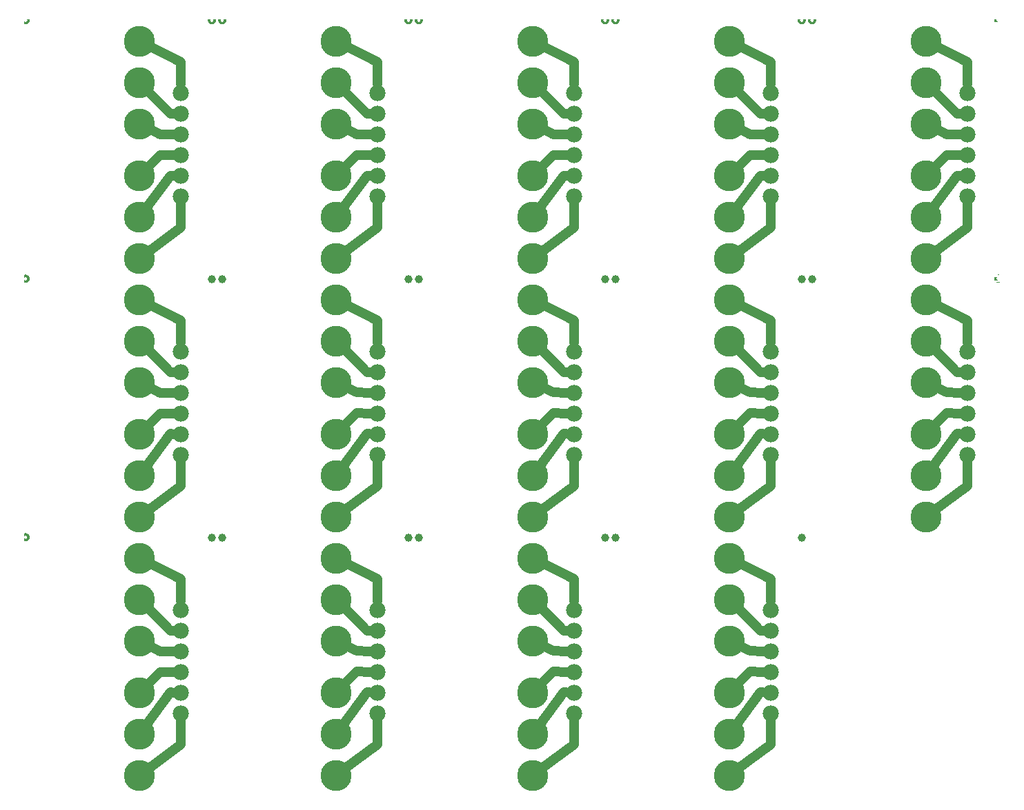
<source format=gbl>
G04 MADE WITH FRITZING*
G04 WWW.FRITZING.ORG*
G04 DOUBLE SIDED*
G04 HOLES PLATED*
G04 CONTOUR ON CENTER OF CONTOUR VECTOR*
%ASAXBY*%
%FSLAX23Y23*%
%MOIN*%
%OFA0B0*%
%SFA1.0B1.0*%
%ADD10C,0.150000*%
%ADD11C,0.078000*%
%ADD12C,0.039370*%
%ADD13C,0.048000*%
%ADD14R,0.001000X0.001000*%
%LNCOPPER0*%
G90*
G70*
G54D10*
X4356Y3232D03*
X4356Y3432D03*
X4356Y3632D03*
G54D11*
X3606Y3382D03*
X3606Y3282D03*
X3606Y3182D03*
X3606Y3082D03*
X3606Y2982D03*
X3606Y2882D03*
X2656Y3382D03*
X2656Y3282D03*
X2656Y3182D03*
X2656Y3082D03*
X2656Y2982D03*
X2656Y2882D03*
X1706Y3382D03*
X1706Y3282D03*
X1706Y3182D03*
X1706Y3082D03*
X1706Y2982D03*
X1706Y2882D03*
X4556Y3382D03*
X4556Y3282D03*
X4556Y3182D03*
X4556Y3082D03*
X4556Y2982D03*
X4556Y2882D03*
G54D10*
X3406Y2582D03*
X3406Y2782D03*
X3406Y2982D03*
X556Y3232D03*
X556Y3432D03*
X556Y3632D03*
X4356Y2582D03*
X4356Y2782D03*
X4356Y2982D03*
X1506Y3232D03*
X1506Y3432D03*
X1506Y3632D03*
X3406Y3232D03*
X3406Y3432D03*
X3406Y3632D03*
X556Y2582D03*
X556Y2782D03*
X556Y2982D03*
X2456Y3232D03*
X2456Y3432D03*
X2456Y3632D03*
X1506Y2582D03*
X1506Y2782D03*
X1506Y2982D03*
G54D11*
X756Y3382D03*
X756Y3282D03*
X756Y3182D03*
X756Y3082D03*
X756Y2982D03*
X756Y2882D03*
G54D10*
X2456Y2582D03*
X2456Y2782D03*
X2456Y2982D03*
X1506Y1982D03*
X1506Y2182D03*
X1506Y2382D03*
X4356Y1982D03*
X4356Y2182D03*
X4356Y2382D03*
G54D11*
X2656Y2132D03*
X2656Y2032D03*
X2656Y1932D03*
X2656Y1832D03*
X2656Y1732D03*
X2656Y1632D03*
G54D10*
X2456Y1982D03*
X2456Y2182D03*
X2456Y2382D03*
G54D11*
X3606Y2132D03*
X3606Y2032D03*
X3606Y1932D03*
X3606Y1832D03*
X3606Y1732D03*
X3606Y1632D03*
X4556Y2132D03*
X4556Y2032D03*
X4556Y1932D03*
X4556Y1832D03*
X4556Y1732D03*
X4556Y1632D03*
G54D10*
X556Y1982D03*
X556Y2182D03*
X556Y2382D03*
X4356Y1332D03*
X4356Y1532D03*
X4356Y1732D03*
X3406Y1982D03*
X3406Y2182D03*
X3406Y2382D03*
X556Y1332D03*
X556Y1532D03*
X556Y1732D03*
G54D11*
X756Y2132D03*
X756Y2032D03*
X756Y1932D03*
X756Y1832D03*
X756Y1732D03*
X756Y1632D03*
G54D10*
X3406Y1332D03*
X3406Y1532D03*
X3406Y1732D03*
G54D11*
X1706Y2132D03*
X1706Y2032D03*
X1706Y1932D03*
X1706Y1832D03*
X1706Y1732D03*
X1706Y1632D03*
G54D10*
X1506Y1332D03*
X1506Y1532D03*
X1506Y1732D03*
X2456Y1332D03*
X2456Y1532D03*
X2456Y1732D03*
X556Y82D03*
X556Y282D03*
X556Y482D03*
X556Y732D03*
X556Y932D03*
X556Y1132D03*
X1506Y82D03*
X1506Y282D03*
X1506Y482D03*
X1506Y732D03*
X1506Y932D03*
X1506Y1132D03*
G54D11*
X756Y882D03*
X756Y782D03*
X756Y682D03*
X756Y582D03*
X756Y482D03*
X756Y382D03*
X1706Y882D03*
X1706Y782D03*
X1706Y682D03*
X1706Y582D03*
X1706Y482D03*
X1706Y382D03*
G54D10*
X2456Y732D03*
X2456Y932D03*
X2456Y1132D03*
G54D11*
X2656Y882D03*
X2656Y782D03*
X2656Y682D03*
X2656Y582D03*
X2656Y482D03*
X2656Y382D03*
G54D10*
X2456Y82D03*
X2456Y282D03*
X2456Y482D03*
X3406Y732D03*
X3406Y932D03*
X3406Y1132D03*
X3406Y82D03*
X3406Y282D03*
X3406Y482D03*
G54D11*
X3606Y882D03*
X3606Y782D03*
X3606Y682D03*
X3606Y582D03*
X3606Y482D03*
X3606Y382D03*
G54D12*
X3806Y2482D03*
X906Y2482D03*
X2856Y2482D03*
X3756Y2482D03*
X2806Y2482D03*
X1906Y2482D03*
X1856Y2482D03*
X956Y2482D03*
X3756Y1232D03*
X2856Y1232D03*
X2806Y1232D03*
X1906Y1232D03*
X1856Y1232D03*
X956Y1232D03*
X906Y1232D03*
G54D13*
X756Y3532D02*
X756Y3423D01*
D02*
X1706Y3532D02*
X1706Y3423D01*
D02*
X2498Y3611D02*
X2656Y3532D01*
D02*
X4556Y3532D02*
X4556Y3423D01*
D02*
X598Y3610D02*
X756Y3532D01*
D02*
X3448Y3611D02*
X3606Y3532D01*
D02*
X3606Y3532D02*
X3606Y3423D01*
D02*
X4398Y3611D02*
X4556Y3532D01*
D02*
X1548Y3611D02*
X1706Y3532D01*
D02*
X2656Y3532D02*
X2656Y3423D01*
D02*
X756Y2282D02*
X756Y2173D01*
D02*
X4555Y2282D02*
X4556Y2173D01*
D02*
X4398Y2361D02*
X4555Y2282D01*
D02*
X2498Y2361D02*
X2655Y2282D01*
D02*
X1705Y2282D02*
X1706Y2173D01*
D02*
X1548Y2361D02*
X1705Y2282D01*
D02*
X2655Y2282D02*
X2656Y2173D01*
D02*
X3448Y2361D02*
X3605Y2282D01*
D02*
X598Y2361D02*
X756Y2282D01*
D02*
X3605Y2282D02*
X3606Y2173D01*
D02*
X756Y1032D02*
X756Y923D01*
D02*
X598Y1111D02*
X756Y1032D01*
D02*
X1705Y1032D02*
X1706Y923D01*
D02*
X1548Y1111D02*
X1705Y1032D01*
D02*
X2655Y1032D02*
X2656Y923D01*
D02*
X2498Y1111D02*
X2655Y1032D01*
D02*
X3605Y1032D02*
X3606Y923D01*
D02*
X3448Y1111D02*
X3605Y1032D01*
D02*
X706Y3282D02*
X715Y3282D01*
D02*
X1656Y3282D02*
X1665Y3282D01*
D02*
X3439Y3398D02*
X3556Y3282D01*
D02*
X4389Y3398D02*
X4506Y3282D01*
D02*
X2606Y3282D02*
X2615Y3282D01*
D02*
X4506Y3282D02*
X4515Y3282D01*
D02*
X589Y3398D02*
X706Y3282D01*
D02*
X1539Y3398D02*
X1656Y3282D01*
D02*
X2489Y3398D02*
X2606Y3282D01*
D02*
X3556Y3282D02*
X3565Y3282D01*
D02*
X3439Y2149D02*
X3556Y2032D01*
D02*
X706Y2032D02*
X715Y2032D01*
D02*
X2606Y2032D02*
X2614Y2032D01*
D02*
X589Y2149D02*
X706Y2032D01*
D02*
X1539Y2149D02*
X1656Y2032D01*
D02*
X1656Y2032D02*
X1664Y2032D01*
D02*
X3556Y2032D02*
X3564Y2032D01*
D02*
X4389Y2149D02*
X4506Y2032D01*
D02*
X2489Y2149D02*
X2606Y2032D01*
D02*
X4506Y2032D02*
X4514Y2032D01*
D02*
X589Y899D02*
X706Y782D01*
D02*
X706Y782D02*
X715Y782D01*
D02*
X1656Y782D02*
X1664Y782D01*
D02*
X1539Y899D02*
X1656Y782D01*
D02*
X2489Y899D02*
X2606Y782D01*
D02*
X2606Y782D02*
X2614Y782D01*
D02*
X3556Y782D02*
X3564Y782D01*
D02*
X3439Y899D02*
X3556Y782D01*
D02*
X3506Y3182D02*
X3565Y3182D01*
D02*
X3448Y3211D02*
X3506Y3182D01*
D02*
X1606Y3182D02*
X1665Y3182D01*
D02*
X598Y3211D02*
X656Y3182D01*
D02*
X656Y3182D02*
X715Y3182D01*
D02*
X4456Y3182D02*
X4515Y3182D01*
D02*
X4398Y3211D02*
X4456Y3182D01*
D02*
X2498Y3211D02*
X2556Y3182D01*
D02*
X1548Y3211D02*
X1606Y3182D01*
D02*
X2556Y3182D02*
X2615Y3182D01*
D02*
X2498Y1961D02*
X2556Y1933D01*
D02*
X656Y1932D02*
X715Y1932D01*
D02*
X4456Y1933D02*
X4514Y1932D01*
D02*
X3448Y1961D02*
X3506Y1933D01*
D02*
X3506Y1933D02*
X3564Y1932D01*
D02*
X1606Y1933D02*
X1664Y1932D01*
D02*
X4398Y1961D02*
X4456Y1933D01*
D02*
X1548Y1961D02*
X1606Y1933D01*
D02*
X598Y1961D02*
X656Y1932D01*
D02*
X2556Y1933D02*
X2614Y1932D01*
D02*
X598Y711D02*
X656Y682D01*
D02*
X656Y682D02*
X715Y682D01*
D02*
X1606Y683D02*
X1664Y682D01*
D02*
X1548Y711D02*
X1606Y683D01*
D02*
X2498Y711D02*
X2556Y683D01*
D02*
X2556Y683D02*
X2614Y682D01*
D02*
X3506Y683D02*
X3564Y682D01*
D02*
X3448Y711D02*
X3506Y683D01*
D02*
X1539Y3015D02*
X1606Y3082D01*
D02*
X3506Y3082D02*
X3565Y3082D01*
D02*
X4456Y3082D02*
X4515Y3082D01*
D02*
X4389Y3015D02*
X4456Y3082D01*
D02*
X3439Y3015D02*
X3506Y3082D01*
D02*
X1606Y3082D02*
X1665Y3082D01*
D02*
X656Y3082D02*
X715Y3082D01*
D02*
X2489Y3015D02*
X2556Y3082D01*
D02*
X589Y3015D02*
X656Y3082D01*
D02*
X2556Y3082D02*
X2615Y3082D01*
D02*
X656Y1832D02*
X715Y1832D01*
D02*
X3439Y1766D02*
X3506Y1833D01*
D02*
X2489Y1766D02*
X2556Y1833D01*
D02*
X4456Y1833D02*
X4514Y1832D01*
D02*
X1606Y1833D02*
X1664Y1832D01*
D02*
X4389Y1766D02*
X4456Y1833D01*
D02*
X3506Y1833D02*
X3564Y1832D01*
D02*
X1539Y1766D02*
X1606Y1833D01*
D02*
X2556Y1833D02*
X2614Y1832D01*
D02*
X589Y1765D02*
X656Y1832D01*
D02*
X1606Y583D02*
X1664Y582D01*
D02*
X1539Y516D02*
X1606Y583D01*
D02*
X656Y582D02*
X715Y582D01*
D02*
X589Y515D02*
X656Y582D01*
D02*
X2556Y583D02*
X2614Y582D01*
D02*
X2489Y516D02*
X2556Y583D01*
D02*
X3506Y583D02*
X3564Y582D01*
D02*
X3439Y516D02*
X3506Y583D01*
D02*
X3434Y2820D02*
X3556Y2982D01*
D02*
X584Y2819D02*
X706Y2982D01*
D02*
X2484Y2820D02*
X2606Y2982D01*
D02*
X3556Y2982D02*
X3565Y2982D01*
D02*
X4506Y2982D02*
X4515Y2982D01*
D02*
X2606Y2982D02*
X2615Y2982D01*
D02*
X706Y2982D02*
X715Y2982D01*
D02*
X4384Y2820D02*
X4506Y2982D01*
D02*
X1656Y2982D02*
X1665Y2982D01*
D02*
X1534Y2820D02*
X1656Y2982D01*
D02*
X2484Y1570D02*
X2606Y1733D01*
D02*
X4506Y1733D02*
X4514Y1733D01*
D02*
X2606Y1733D02*
X2614Y1733D01*
D02*
X1656Y1733D02*
X1664Y1733D01*
D02*
X4384Y1570D02*
X4506Y1733D01*
D02*
X3556Y1733D02*
X3564Y1733D01*
D02*
X1534Y1570D02*
X1656Y1733D01*
D02*
X706Y1733D02*
X715Y1732D01*
D02*
X3434Y1570D02*
X3556Y1733D01*
D02*
X584Y1570D02*
X706Y1733D01*
D02*
X1534Y320D02*
X1656Y483D01*
D02*
X584Y320D02*
X706Y483D01*
D02*
X706Y483D02*
X715Y482D01*
D02*
X1656Y483D02*
X1664Y483D01*
D02*
X2606Y483D02*
X2614Y483D01*
D02*
X2484Y320D02*
X2606Y483D01*
D02*
X3556Y483D02*
X3564Y483D01*
D02*
X3434Y320D02*
X3556Y483D01*
D02*
X2494Y2610D02*
X2656Y2731D01*
D02*
X594Y2610D02*
X756Y2731D01*
D02*
X756Y2731D02*
X756Y2840D01*
D02*
X3606Y2731D02*
X3606Y2841D01*
D02*
X3444Y2610D02*
X3606Y2731D01*
D02*
X1706Y2731D02*
X1706Y2841D01*
D02*
X4556Y2731D02*
X4556Y2841D01*
D02*
X4394Y2610D02*
X4556Y2731D01*
D02*
X2656Y2731D02*
X2656Y2841D01*
D02*
X1544Y2610D02*
X1706Y2731D01*
D02*
X2493Y1360D02*
X2655Y1482D01*
D02*
X3443Y1360D02*
X3605Y1482D01*
D02*
X594Y1360D02*
X756Y1482D01*
D02*
X3605Y1482D02*
X3606Y1591D01*
D02*
X2655Y1482D02*
X2656Y1591D01*
D02*
X4555Y1482D02*
X4556Y1591D01*
D02*
X756Y1482D02*
X756Y1591D01*
D02*
X4393Y1360D02*
X4555Y1482D01*
D02*
X1705Y1482D02*
X1706Y1591D01*
D02*
X1543Y1360D02*
X1705Y1482D01*
D02*
X1543Y110D02*
X1705Y232D01*
D02*
X594Y110D02*
X756Y232D01*
D02*
X1705Y232D02*
X1706Y341D01*
D02*
X756Y232D02*
X756Y341D01*
D02*
X2493Y110D02*
X2655Y232D01*
D02*
X2655Y232D02*
X2656Y341D01*
D02*
X3605Y232D02*
X3606Y341D01*
D02*
X3443Y110D02*
X3605Y232D01*
G54D14*
X11Y3738D02*
X23Y3738D01*
X887Y3738D02*
X899Y3738D01*
X911Y3738D02*
X923Y3738D01*
X937Y3738D02*
X949Y3738D01*
X961Y3738D02*
X973Y3738D01*
X1837Y3738D02*
X1849Y3738D01*
X1861Y3738D02*
X1873Y3738D01*
X1887Y3738D02*
X1899Y3738D01*
X1911Y3738D02*
X1923Y3738D01*
X2787Y3738D02*
X2799Y3738D01*
X2811Y3738D02*
X2823Y3738D01*
X2837Y3738D02*
X2849Y3738D01*
X2861Y3738D02*
X2873Y3738D01*
X3736Y3738D02*
X3749Y3738D01*
X3761Y3738D02*
X3773Y3738D01*
X3786Y3738D02*
X3798Y3738D01*
X3811Y3738D02*
X3823Y3738D01*
X4686Y3738D02*
X4698Y3738D01*
X12Y3737D02*
X24Y3737D01*
X886Y3737D02*
X898Y3737D01*
X912Y3737D02*
X924Y3737D01*
X936Y3737D02*
X948Y3737D01*
X962Y3737D02*
X974Y3737D01*
X1836Y3737D02*
X1848Y3737D01*
X1862Y3737D02*
X1873Y3737D01*
X1886Y3737D02*
X1898Y3737D01*
X1912Y3737D02*
X1923Y3737D01*
X2786Y3737D02*
X2798Y3737D01*
X2812Y3737D02*
X2823Y3737D01*
X2836Y3737D02*
X2848Y3737D01*
X2862Y3737D02*
X2873Y3737D01*
X3736Y3737D02*
X3748Y3737D01*
X3762Y3737D02*
X3773Y3737D01*
X3786Y3737D02*
X3798Y3737D01*
X3812Y3737D02*
X3823Y3737D01*
X4686Y3737D02*
X4697Y3737D01*
X13Y3736D02*
X24Y3736D01*
X886Y3736D02*
X897Y3736D01*
X913Y3736D02*
X924Y3736D01*
X936Y3736D02*
X947Y3736D01*
X963Y3736D02*
X974Y3736D01*
X1836Y3736D02*
X1847Y3736D01*
X1863Y3736D02*
X1874Y3736D01*
X1886Y3736D02*
X1897Y3736D01*
X1913Y3736D02*
X1924Y3736D01*
X2786Y3736D02*
X2797Y3736D01*
X2812Y3736D02*
X2824Y3736D01*
X2836Y3736D02*
X2847Y3736D01*
X2862Y3736D02*
X2874Y3736D01*
X3736Y3736D02*
X3747Y3736D01*
X3762Y3736D02*
X3773Y3736D01*
X3786Y3736D02*
X3797Y3736D01*
X3812Y3736D02*
X3823Y3736D01*
X4686Y3736D02*
X4697Y3736D01*
X13Y3735D02*
X24Y3735D01*
X886Y3735D02*
X897Y3735D01*
X913Y3735D02*
X924Y3735D01*
X936Y3735D02*
X947Y3735D01*
X963Y3735D02*
X974Y3735D01*
X1836Y3735D02*
X1847Y3735D01*
X1863Y3735D02*
X1874Y3735D01*
X1886Y3735D02*
X1897Y3735D01*
X1913Y3735D02*
X1924Y3735D01*
X2786Y3735D02*
X2797Y3735D01*
X2813Y3735D02*
X2824Y3735D01*
X2836Y3735D02*
X2847Y3735D01*
X2863Y3735D02*
X2874Y3735D01*
X3736Y3735D02*
X3747Y3735D01*
X3763Y3735D02*
X3774Y3735D01*
X3786Y3735D02*
X3797Y3735D01*
X3813Y3735D02*
X3824Y3735D01*
X4686Y3735D02*
X4696Y3735D01*
X13Y3734D02*
X24Y3734D01*
X886Y3734D02*
X897Y3734D01*
X913Y3734D02*
X924Y3734D01*
X936Y3734D02*
X947Y3734D01*
X963Y3734D02*
X974Y3734D01*
X1836Y3734D02*
X1847Y3734D01*
X1863Y3734D02*
X1874Y3734D01*
X1886Y3734D02*
X1897Y3734D01*
X1913Y3734D02*
X1924Y3734D01*
X2786Y3734D02*
X2797Y3734D01*
X2813Y3734D02*
X2824Y3734D01*
X2836Y3734D02*
X2847Y3734D01*
X2863Y3734D02*
X2874Y3734D01*
X3736Y3734D02*
X3746Y3734D01*
X3763Y3734D02*
X3774Y3734D01*
X3786Y3734D02*
X3796Y3734D01*
X3813Y3734D02*
X3824Y3734D01*
X4685Y3734D02*
X4696Y3734D01*
X14Y3733D02*
X24Y3733D01*
X886Y3733D02*
X897Y3733D01*
X913Y3733D02*
X924Y3733D01*
X936Y3733D02*
X947Y3733D01*
X963Y3733D02*
X974Y3733D01*
X1836Y3733D02*
X1847Y3733D01*
X1863Y3733D02*
X1874Y3733D01*
X1886Y3733D02*
X1897Y3733D01*
X1913Y3733D02*
X1924Y3733D01*
X2786Y3733D02*
X2796Y3733D01*
X2813Y3733D02*
X2824Y3733D01*
X2836Y3733D02*
X2846Y3733D01*
X2863Y3733D02*
X2874Y3733D01*
X3735Y3733D02*
X3746Y3733D01*
X3763Y3733D02*
X3774Y3733D01*
X3785Y3733D02*
X3796Y3733D01*
X3813Y3733D02*
X3824Y3733D01*
X4685Y3733D02*
X4696Y3733D01*
X14Y3732D02*
X24Y3732D01*
X886Y3732D02*
X897Y3732D01*
X913Y3732D02*
X924Y3732D01*
X936Y3732D02*
X947Y3732D01*
X963Y3732D02*
X974Y3732D01*
X1836Y3732D02*
X1847Y3732D01*
X1863Y3732D02*
X1874Y3732D01*
X1886Y3732D02*
X1897Y3732D01*
X1913Y3732D02*
X1924Y3732D01*
X2786Y3732D02*
X2796Y3732D01*
X2813Y3732D02*
X2824Y3732D01*
X2836Y3732D02*
X2846Y3732D01*
X2863Y3732D02*
X2874Y3732D01*
X3736Y3732D02*
X3746Y3732D01*
X3763Y3732D02*
X3774Y3732D01*
X3785Y3732D02*
X3796Y3732D01*
X3813Y3732D02*
X3824Y3732D01*
X4685Y3732D02*
X4696Y3732D01*
X13Y3731D02*
X24Y3731D01*
X886Y3731D02*
X897Y3731D01*
X913Y3731D02*
X924Y3731D01*
X936Y3731D02*
X947Y3731D01*
X963Y3731D02*
X974Y3731D01*
X1836Y3731D02*
X1847Y3731D01*
X1863Y3731D02*
X1874Y3731D01*
X1886Y3731D02*
X1897Y3731D01*
X1913Y3731D02*
X1924Y3731D01*
X2786Y3731D02*
X2797Y3731D01*
X2813Y3731D02*
X2824Y3731D01*
X2836Y3731D02*
X2847Y3731D01*
X2863Y3731D02*
X2874Y3731D01*
X3736Y3731D02*
X3746Y3731D01*
X3763Y3731D02*
X3774Y3731D01*
X3786Y3731D02*
X3796Y3731D01*
X3813Y3731D02*
X3824Y3731D01*
X4685Y3731D02*
X4696Y3731D01*
X13Y3730D02*
X24Y3730D01*
X886Y3730D02*
X897Y3730D01*
X913Y3730D02*
X924Y3730D01*
X936Y3730D02*
X947Y3730D01*
X963Y3730D02*
X974Y3730D01*
X1836Y3730D02*
X1847Y3730D01*
X1863Y3730D02*
X1874Y3730D01*
X1886Y3730D02*
X1897Y3730D01*
X1913Y3730D02*
X1924Y3730D01*
X2786Y3730D02*
X2797Y3730D01*
X2813Y3730D02*
X2824Y3730D01*
X2836Y3730D02*
X2847Y3730D01*
X2863Y3730D02*
X2874Y3730D01*
X3736Y3730D02*
X3747Y3730D01*
X3763Y3730D02*
X3774Y3730D01*
X3786Y3730D02*
X3797Y3730D01*
X3813Y3730D02*
X3824Y3730D01*
X4686Y3730D02*
X4697Y3730D01*
X13Y3729D02*
X24Y3729D01*
X886Y3729D02*
X897Y3729D01*
X913Y3729D02*
X924Y3729D01*
X936Y3729D02*
X947Y3729D01*
X963Y3729D02*
X974Y3729D01*
X1836Y3729D02*
X1847Y3729D01*
X1863Y3729D02*
X1874Y3729D01*
X1886Y3729D02*
X1897Y3729D01*
X1913Y3729D02*
X1924Y3729D01*
X2786Y3729D02*
X2797Y3729D01*
X2812Y3729D02*
X2824Y3729D01*
X2836Y3729D02*
X2847Y3729D01*
X2862Y3729D02*
X2874Y3729D01*
X3736Y3729D02*
X3747Y3729D01*
X3762Y3729D02*
X3773Y3729D01*
X3786Y3729D02*
X3797Y3729D01*
X3812Y3729D02*
X3823Y3729D01*
X4686Y3729D02*
X4697Y3729D01*
X12Y3728D02*
X24Y3728D01*
X887Y3728D02*
X898Y3728D01*
X912Y3728D02*
X924Y3728D01*
X937Y3728D02*
X948Y3728D01*
X962Y3728D02*
X974Y3728D01*
X1836Y3728D02*
X1848Y3728D01*
X1862Y3728D02*
X1873Y3728D01*
X1886Y3728D02*
X1898Y3728D01*
X1912Y3728D02*
X1923Y3728D01*
X2786Y3728D02*
X2798Y3728D01*
X2812Y3728D02*
X2823Y3728D01*
X2836Y3728D02*
X2848Y3728D01*
X2862Y3728D02*
X2873Y3728D01*
X3736Y3728D02*
X3748Y3728D01*
X3762Y3728D02*
X3773Y3728D01*
X3786Y3728D02*
X3798Y3728D01*
X3812Y3728D02*
X3823Y3728D01*
X4686Y3728D02*
X4698Y3728D01*
X11Y3727D02*
X23Y3727D01*
X887Y3727D02*
X899Y3727D01*
X911Y3727D02*
X923Y3727D01*
X937Y3727D02*
X949Y3727D01*
X961Y3727D02*
X973Y3727D01*
X1837Y3727D02*
X1849Y3727D01*
X1861Y3727D02*
X1873Y3727D01*
X1887Y3727D02*
X1899Y3727D01*
X1911Y3727D02*
X1923Y3727D01*
X2787Y3727D02*
X2799Y3727D01*
X2811Y3727D02*
X2823Y3727D01*
X2837Y3727D02*
X2849Y3727D01*
X2861Y3727D02*
X2873Y3727D01*
X3736Y3727D02*
X3749Y3727D01*
X3761Y3727D02*
X3773Y3727D01*
X3786Y3727D02*
X3799Y3727D01*
X3811Y3727D02*
X3823Y3727D01*
X4686Y3727D02*
X4698Y3727D01*
X0Y3726D02*
X0Y3726D01*
X10Y3726D02*
X23Y3726D01*
X887Y3726D02*
X900Y3726D01*
X910Y3726D02*
X923Y3726D01*
X937Y3726D02*
X950Y3726D01*
X960Y3726D02*
X973Y3726D01*
X1837Y3726D02*
X1850Y3726D01*
X1860Y3726D02*
X1873Y3726D01*
X1887Y3726D02*
X1900Y3726D01*
X1910Y3726D02*
X1923Y3726D01*
X2787Y3726D02*
X2800Y3726D01*
X2810Y3726D02*
X2823Y3726D01*
X2837Y3726D02*
X2850Y3726D01*
X2860Y3726D02*
X2873Y3726D01*
X3737Y3726D02*
X3750Y3726D01*
X3760Y3726D02*
X3773Y3726D01*
X3787Y3726D02*
X3800Y3726D01*
X3810Y3726D02*
X3823Y3726D01*
X4687Y3726D02*
X4700Y3726D01*
X0Y3725D02*
X2Y3725D01*
X8Y3725D02*
X23Y3725D01*
X888Y3725D02*
X902Y3725D01*
X908Y3725D02*
X923Y3725D01*
X938Y3725D02*
X952Y3725D01*
X958Y3725D02*
X973Y3725D01*
X1837Y3725D02*
X1852Y3725D01*
X1858Y3725D02*
X1872Y3725D01*
X1887Y3725D02*
X1902Y3725D01*
X1908Y3725D02*
X1922Y3725D01*
X2787Y3725D02*
X2802Y3725D01*
X2808Y3725D02*
X2822Y3725D01*
X2837Y3725D02*
X2852Y3725D01*
X2858Y3725D02*
X2872Y3725D01*
X3737Y3725D02*
X3752Y3725D01*
X3758Y3725D02*
X3772Y3725D01*
X3787Y3725D02*
X3802Y3725D01*
X3808Y3725D02*
X3822Y3725D01*
X4687Y3725D02*
X4702Y3725D01*
X0Y3724D02*
X22Y3724D01*
X888Y3724D02*
X922Y3724D01*
X938Y3724D02*
X972Y3724D01*
X1838Y3724D02*
X1872Y3724D01*
X1888Y3724D02*
X1922Y3724D01*
X2788Y3724D02*
X2822Y3724D01*
X2838Y3724D02*
X2872Y3724D01*
X3738Y3724D02*
X3772Y3724D01*
X3788Y3724D02*
X3822Y3724D01*
X0Y3723D02*
X22Y3723D01*
X889Y3723D02*
X922Y3723D01*
X939Y3723D02*
X972Y3723D01*
X1838Y3723D02*
X1871Y3723D01*
X1888Y3723D02*
X1921Y3723D01*
X2788Y3723D02*
X2821Y3723D01*
X2838Y3723D02*
X2871Y3723D01*
X3738Y3723D02*
X3771Y3723D01*
X3788Y3723D02*
X3821Y3723D01*
X0Y3722D02*
X21Y3722D01*
X889Y3722D02*
X921Y3722D01*
X939Y3722D02*
X971Y3722D01*
X1839Y3722D02*
X1871Y3722D01*
X1889Y3722D02*
X1921Y3722D01*
X2789Y3722D02*
X2821Y3722D01*
X2839Y3722D02*
X2871Y3722D01*
X3739Y3722D02*
X3771Y3722D01*
X3789Y3722D02*
X3821Y3722D01*
X0Y3721D02*
X20Y3721D01*
X890Y3721D02*
X920Y3721D01*
X940Y3721D02*
X970Y3721D01*
X1840Y3721D02*
X1870Y3721D01*
X1890Y3721D02*
X1920Y3721D01*
X2789Y3721D02*
X2820Y3721D01*
X2839Y3721D02*
X2870Y3721D01*
X3739Y3721D02*
X3770Y3721D01*
X3789Y3721D02*
X3820Y3721D01*
X0Y3720D02*
X20Y3720D01*
X891Y3720D02*
X920Y3720D01*
X941Y3720D02*
X970Y3720D01*
X1840Y3720D02*
X1869Y3720D01*
X1890Y3720D02*
X1919Y3720D01*
X2790Y3720D02*
X2819Y3720D01*
X2840Y3720D02*
X2869Y3720D01*
X3740Y3720D02*
X3769Y3720D01*
X3790Y3720D02*
X3819Y3720D01*
X0Y3719D02*
X19Y3719D01*
X891Y3719D02*
X919Y3719D01*
X941Y3719D02*
X969Y3719D01*
X1841Y3719D02*
X1869Y3719D01*
X1891Y3719D02*
X1919Y3719D01*
X2791Y3719D02*
X2818Y3719D01*
X2841Y3719D02*
X2868Y3719D01*
X3741Y3719D02*
X3768Y3719D01*
X3791Y3719D02*
X3818Y3719D01*
X0Y3718D02*
X18Y3718D01*
X892Y3718D02*
X918Y3718D01*
X942Y3718D02*
X968Y3718D01*
X1842Y3718D02*
X1868Y3718D01*
X1892Y3718D02*
X1918Y3718D01*
X2792Y3718D02*
X2817Y3718D01*
X2842Y3718D02*
X2867Y3718D01*
X3742Y3718D02*
X3767Y3718D01*
X3792Y3718D02*
X3817Y3718D01*
X0Y3717D02*
X17Y3717D01*
X894Y3717D02*
X916Y3717D01*
X944Y3717D02*
X966Y3717D01*
X1844Y3717D02*
X1866Y3717D01*
X1894Y3717D02*
X1916Y3717D01*
X2793Y3717D02*
X2816Y3717D01*
X2843Y3717D02*
X2866Y3717D01*
X3743Y3717D02*
X3766Y3717D01*
X3793Y3717D02*
X3816Y3717D01*
X0Y3716D02*
X15Y3716D01*
X895Y3716D02*
X915Y3716D01*
X945Y3716D02*
X965Y3716D01*
X1845Y3716D02*
X1865Y3716D01*
X1895Y3716D02*
X1915Y3716D01*
X2795Y3716D02*
X2815Y3716D01*
X2845Y3716D02*
X2865Y3716D01*
X3745Y3716D02*
X3765Y3716D01*
X3795Y3716D02*
X3815Y3716D01*
X0Y3715D02*
X13Y3715D01*
X897Y3715D02*
X913Y3715D01*
X947Y3715D02*
X963Y3715D01*
X1847Y3715D02*
X1863Y3715D01*
X1897Y3715D02*
X1913Y3715D01*
X2797Y3715D02*
X2813Y3715D01*
X2847Y3715D02*
X2863Y3715D01*
X3747Y3715D02*
X3763Y3715D01*
X3797Y3715D02*
X3813Y3715D01*
X0Y3714D02*
X11Y3714D01*
X900Y3714D02*
X911Y3714D01*
X950Y3714D02*
X961Y3714D01*
X1849Y3714D02*
X1860Y3714D01*
X1899Y3714D02*
X1910Y3714D01*
X2799Y3714D02*
X2810Y3714D01*
X2849Y3714D02*
X2860Y3714D01*
X3749Y3714D02*
X3760Y3714D01*
X3799Y3714D02*
X3810Y3714D01*
X4699Y3714D02*
X4710Y3714D01*
X4Y3713D02*
X7Y3713D01*
X904Y3713D02*
X907Y3713D01*
X954Y3713D02*
X957Y3713D01*
X1853Y3713D02*
X1856Y3713D01*
X1903Y3713D02*
X1906Y3713D01*
X2803Y3713D02*
X2806Y3713D01*
X2853Y3713D02*
X2856Y3713D01*
X3753Y3713D02*
X3756Y3713D01*
X3803Y3713D02*
X3806Y3713D01*
X4703Y3713D02*
X4706Y3713D01*
X3Y2502D02*
X8Y2502D01*
X4702Y2502D02*
X4707Y2502D01*
X0Y2501D02*
X11Y2501D01*
X4699Y2501D02*
X4710Y2501D01*
X0Y2500D02*
X13Y2500D01*
X0Y2499D02*
X15Y2499D01*
X0Y2498D02*
X17Y2498D01*
X0Y2497D02*
X18Y2497D01*
X0Y2496D02*
X19Y2496D01*
X0Y2495D02*
X20Y2495D01*
X0Y2494D02*
X21Y2494D01*
X0Y2493D02*
X21Y2493D01*
X0Y2492D02*
X22Y2492D01*
X0Y2491D02*
X22Y2491D01*
X0Y2490D02*
X2Y2490D01*
X9Y2490D02*
X23Y2490D01*
X4687Y2490D02*
X4701Y2490D01*
X0Y2489D02*
X0Y2489D01*
X10Y2489D02*
X23Y2489D01*
X4687Y2489D02*
X4699Y2489D01*
X11Y2488D02*
X23Y2488D01*
X4686Y2488D02*
X4698Y2488D01*
X12Y2487D02*
X24Y2487D01*
X4686Y2487D02*
X4697Y2487D01*
X13Y2486D02*
X24Y2486D01*
X4686Y2486D02*
X4697Y2486D01*
X13Y2485D02*
X24Y2485D01*
X4686Y2485D02*
X4696Y2485D01*
X13Y2484D02*
X24Y2484D01*
X4685Y2484D02*
X4696Y2484D01*
X14Y2483D02*
X24Y2483D01*
X4685Y2483D02*
X4696Y2483D01*
X13Y2482D02*
X24Y2482D01*
X4685Y2482D02*
X4696Y2482D01*
X13Y2481D02*
X24Y2481D01*
X4685Y2481D02*
X4696Y2481D01*
X13Y2480D02*
X24Y2480D01*
X4686Y2480D02*
X4697Y2480D01*
X13Y2479D02*
X24Y2479D01*
X4686Y2479D02*
X4697Y2479D01*
X12Y2478D02*
X24Y2478D01*
X4686Y2478D02*
X4698Y2478D01*
X11Y2477D02*
X23Y2477D01*
X4686Y2477D02*
X4699Y2477D01*
X0Y2476D02*
X0Y2476D01*
X10Y2476D02*
X23Y2476D01*
X4687Y2476D02*
X4700Y2476D01*
X0Y2475D02*
X2Y2475D01*
X8Y2475D02*
X23Y2475D01*
X4687Y2475D02*
X4702Y2475D01*
X0Y2474D02*
X22Y2474D01*
X0Y2473D02*
X22Y2473D01*
X0Y2472D02*
X21Y2472D01*
X0Y2471D02*
X20Y2471D01*
X0Y2470D02*
X20Y2470D01*
X0Y2469D02*
X19Y2469D01*
X0Y2468D02*
X18Y2468D01*
X0Y2467D02*
X17Y2467D01*
X0Y2466D02*
X15Y2466D01*
X0Y2465D02*
X13Y2465D01*
X4697Y2465D02*
X4712Y2465D01*
X0Y2464D02*
X11Y2464D01*
X4699Y2464D02*
X4710Y2464D01*
X4Y2463D02*
X6Y2463D01*
X4703Y2463D02*
X4706Y2463D01*
X3Y1252D02*
X8Y1252D01*
X0Y1251D02*
X11Y1251D01*
X0Y1250D02*
X14Y1250D01*
X0Y1249D02*
X15Y1249D01*
X0Y1248D02*
X17Y1248D01*
X0Y1247D02*
X18Y1247D01*
X0Y1246D02*
X19Y1246D01*
X0Y1245D02*
X20Y1245D01*
X0Y1244D02*
X21Y1244D01*
X0Y1243D02*
X21Y1243D01*
X0Y1242D02*
X22Y1242D01*
X0Y1241D02*
X22Y1241D01*
X0Y1240D02*
X2Y1240D01*
X9Y1240D02*
X23Y1240D01*
X0Y1239D02*
X0Y1239D01*
X10Y1239D02*
X23Y1239D01*
X11Y1238D02*
X23Y1238D01*
X12Y1237D02*
X24Y1237D01*
X13Y1236D02*
X24Y1236D01*
X13Y1235D02*
X24Y1235D01*
X13Y1234D02*
X24Y1234D01*
X14Y1233D02*
X24Y1233D01*
X13Y1232D02*
X24Y1232D01*
X13Y1231D02*
X24Y1231D01*
X13Y1230D02*
X24Y1230D01*
X13Y1229D02*
X24Y1229D01*
X12Y1228D02*
X24Y1228D01*
X11Y1227D02*
X23Y1227D01*
X0Y1226D02*
X0Y1226D01*
X10Y1226D02*
X23Y1226D01*
X0Y1225D02*
X3Y1225D01*
X8Y1225D02*
X23Y1225D01*
X0Y1224D02*
X22Y1224D01*
X0Y1223D02*
X22Y1223D01*
X0Y1222D02*
X21Y1222D01*
X0Y1221D02*
X20Y1221D01*
X0Y1220D02*
X20Y1220D01*
X0Y1219D02*
X19Y1219D01*
X0Y1218D02*
X18Y1218D01*
X0Y1217D02*
X16Y1217D01*
X0Y1216D02*
X15Y1216D01*
X0Y1215D02*
X13Y1215D01*
X0Y1214D02*
X10Y1214D01*
X5Y1213D02*
X6Y1213D01*
D02*
G04 End of Copper0*
M02*
</source>
